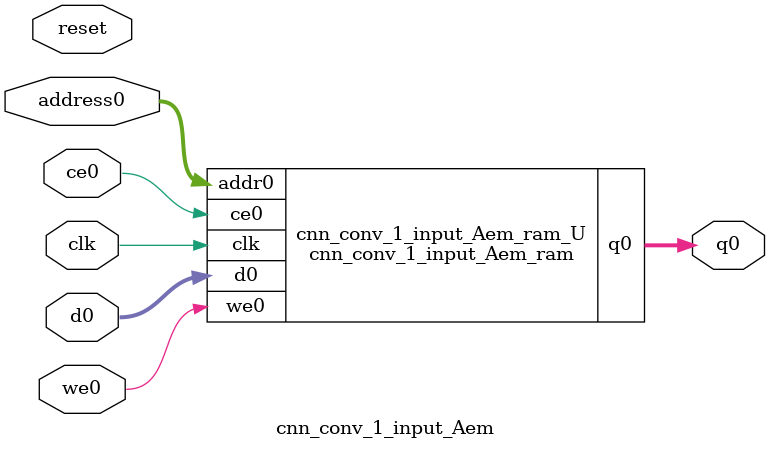
<source format=v>
`timescale 1 ns / 1 ps
module cnn_conv_1_input_Aem_ram (addr0, ce0, d0, we0, q0,  clk);

parameter DWIDTH = 14;
parameter AWIDTH = 7;
parameter MEM_SIZE = 90;

input[AWIDTH-1:0] addr0;
input ce0;
input[DWIDTH-1:0] d0;
input we0;
output reg[DWIDTH-1:0] q0;
input clk;

(* ram_style = "block" *)reg [DWIDTH-1:0] ram[0:MEM_SIZE-1];




always @(posedge clk)  
begin 
    if (ce0) 
    begin
        if (we0) 
        begin 
            ram[addr0] <= d0; 
        end 
        q0 <= ram[addr0];
    end
end


endmodule

`timescale 1 ns / 1 ps
module cnn_conv_1_input_Aem(
    reset,
    clk,
    address0,
    ce0,
    we0,
    d0,
    q0);

parameter DataWidth = 32'd14;
parameter AddressRange = 32'd90;
parameter AddressWidth = 32'd7;
input reset;
input clk;
input[AddressWidth - 1:0] address0;
input ce0;
input we0;
input[DataWidth - 1:0] d0;
output[DataWidth - 1:0] q0;



cnn_conv_1_input_Aem_ram cnn_conv_1_input_Aem_ram_U(
    .clk( clk ),
    .addr0( address0 ),
    .ce0( ce0 ),
    .we0( we0 ),
    .d0( d0 ),
    .q0( q0 ));

endmodule


</source>
